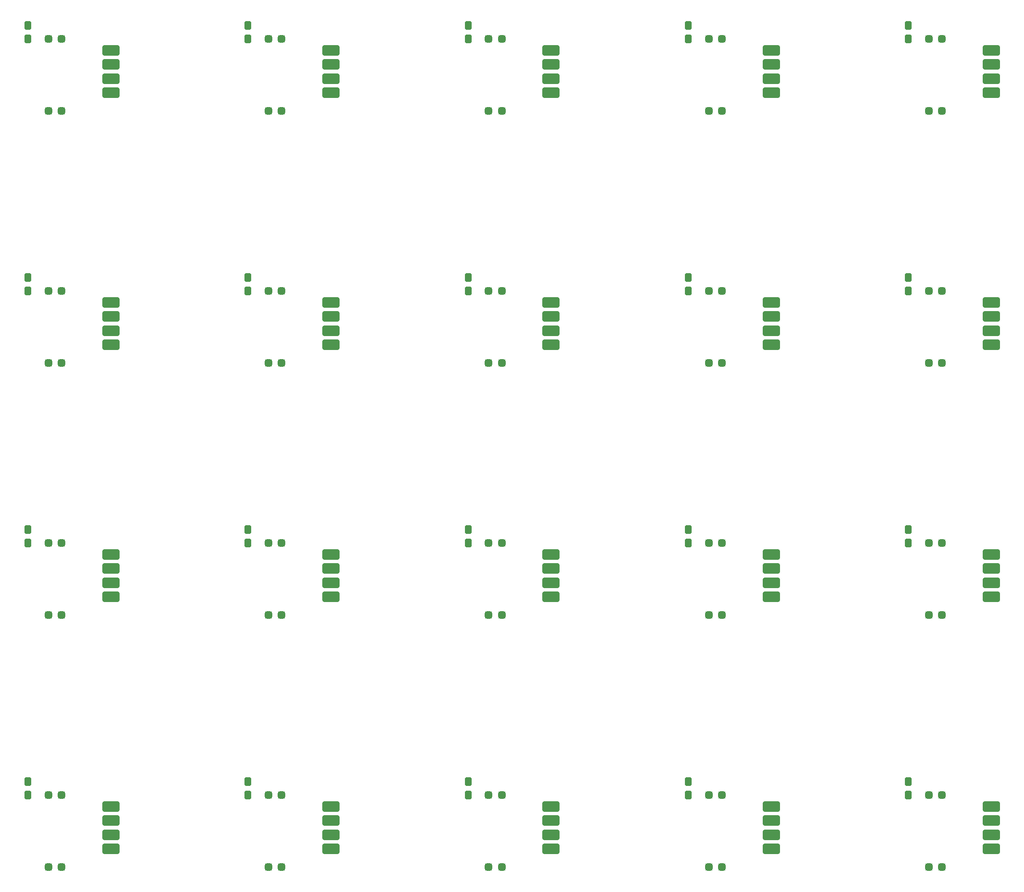
<source format=gbr>
%TF.GenerationSoftware,KiCad,Pcbnew,8.0.7*%
%TF.CreationDate,2025-01-08T09:27:09+09:00*%
%TF.ProjectId,waveShare-7inch-rs485,77617665-5368-4617-9265-2d37696e6368,rev?*%
%TF.SameCoordinates,Original*%
%TF.FileFunction,Paste,Bot*%
%TF.FilePolarity,Positive*%
%FSLAX46Y46*%
G04 Gerber Fmt 4.6, Leading zero omitted, Abs format (unit mm)*
G04 Created by KiCad (PCBNEW 8.0.7) date 2025-01-08 09:27:09*
%MOMM*%
%LPD*%
G01*
G04 APERTURE LIST*
G04 Aperture macros list*
%AMRoundRect*
0 Rectangle with rounded corners*
0 $1 Rounding radius*
0 $2 $3 $4 $5 $6 $7 $8 $9 X,Y pos of 4 corners*
0 Add a 4 corners polygon primitive as box body*
4,1,4,$2,$3,$4,$5,$6,$7,$8,$9,$2,$3,0*
0 Add four circle primitives for the rounded corners*
1,1,$1+$1,$2,$3*
1,1,$1+$1,$4,$5*
1,1,$1+$1,$6,$7*
1,1,$1+$1,$8,$9*
0 Add four rect primitives between the rounded corners*
20,1,$1+$1,$2,$3,$4,$5,0*
20,1,$1+$1,$4,$5,$6,$7,0*
20,1,$1+$1,$6,$7,$8,$9,0*
20,1,$1+$1,$8,$9,$2,$3,0*%
G04 Aperture macros list end*
%ADD10RoundRect,0.312500X-0.312500X0.437500X-0.312500X-0.437500X0.312500X-0.437500X0.312500X0.437500X0*%
%ADD11RoundRect,0.325000X-0.325000X-0.325000X0.325000X-0.325000X0.325000X0.325000X-0.325000X0.325000X0*%
%ADD12RoundRect,0.325000X0.325000X0.325000X-0.325000X0.325000X-0.325000X-0.325000X0.325000X-0.325000X0*%
%ADD13RoundRect,0.264600X1.235400X-0.635400X1.235400X0.635400X-1.235400X0.635400X-1.235400X-0.635400X0*%
%ADD14RoundRect,0.250000X1.250000X-0.650000X1.250000X0.650000X-1.250000X0.650000X-1.250000X-0.650000X0*%
G04 APERTURE END LIST*
D10*
%TO.C,C3*%
X204360000Y-158930000D03*
X204360000Y-161330000D03*
%TD*%
D11*
%TO.C,R2*%
X207980000Y-161310000D03*
X210280000Y-161310000D03*
%TD*%
D12*
%TO.C,R10*%
X210280000Y-174000000D03*
X207980000Y-174000000D03*
%TD*%
D13*
%TO.C,J5*%
X218970000Y-170810000D03*
D14*
X218970000Y-168310000D03*
X218970000Y-165810000D03*
X218970000Y-163310000D03*
%TD*%
D10*
%TO.C,C3*%
X165560000Y-158930000D03*
X165560000Y-161330000D03*
%TD*%
D11*
%TO.C,R2*%
X169180000Y-161310000D03*
X171480000Y-161310000D03*
%TD*%
D12*
%TO.C,R10*%
X171480000Y-174000000D03*
X169180000Y-174000000D03*
%TD*%
D13*
%TO.C,J5*%
X180170000Y-170810000D03*
D14*
X180170000Y-168310000D03*
X180170000Y-165810000D03*
X180170000Y-163310000D03*
%TD*%
D10*
%TO.C,C3*%
X126760000Y-158930000D03*
X126760000Y-161330000D03*
%TD*%
D11*
%TO.C,R2*%
X130380000Y-161310000D03*
X132680000Y-161310000D03*
%TD*%
D12*
%TO.C,R10*%
X132680000Y-174000000D03*
X130380000Y-174000000D03*
%TD*%
D13*
%TO.C,J5*%
X141370000Y-170810000D03*
D14*
X141370000Y-168310000D03*
X141370000Y-165810000D03*
X141370000Y-163310000D03*
%TD*%
D10*
%TO.C,C3*%
X87960000Y-158930000D03*
X87960000Y-161330000D03*
%TD*%
D11*
%TO.C,R2*%
X91580000Y-161310000D03*
X93880000Y-161310000D03*
%TD*%
D12*
%TO.C,R10*%
X93880000Y-174000000D03*
X91580000Y-174000000D03*
%TD*%
D13*
%TO.C,J5*%
X102570000Y-170810000D03*
D14*
X102570000Y-168310000D03*
X102570000Y-165810000D03*
X102570000Y-163310000D03*
%TD*%
D10*
%TO.C,C3*%
X49160000Y-158930000D03*
X49160000Y-161330000D03*
%TD*%
D11*
%TO.C,R2*%
X52780000Y-161310000D03*
X55080000Y-161310000D03*
%TD*%
D12*
%TO.C,R10*%
X55080000Y-174000000D03*
X52780000Y-174000000D03*
%TD*%
D13*
%TO.C,J5*%
X63770000Y-170810000D03*
D14*
X63770000Y-168310000D03*
X63770000Y-165810000D03*
X63770000Y-163310000D03*
%TD*%
D10*
%TO.C,C3*%
X204360000Y-114480000D03*
X204360000Y-116880000D03*
%TD*%
D11*
%TO.C,R2*%
X207980000Y-116860000D03*
X210280000Y-116860000D03*
%TD*%
D12*
%TO.C,R10*%
X210280000Y-129550000D03*
X207980000Y-129550000D03*
%TD*%
D13*
%TO.C,J5*%
X218970000Y-126360000D03*
D14*
X218970000Y-123860000D03*
X218970000Y-121360000D03*
X218970000Y-118860000D03*
%TD*%
D10*
%TO.C,C3*%
X165560000Y-114480000D03*
X165560000Y-116880000D03*
%TD*%
D11*
%TO.C,R2*%
X169180000Y-116860000D03*
X171480000Y-116860000D03*
%TD*%
D12*
%TO.C,R10*%
X171480000Y-129550000D03*
X169180000Y-129550000D03*
%TD*%
D13*
%TO.C,J5*%
X180170000Y-126360000D03*
D14*
X180170000Y-123860000D03*
X180170000Y-121360000D03*
X180170000Y-118860000D03*
%TD*%
D10*
%TO.C,C3*%
X126760000Y-114480000D03*
X126760000Y-116880000D03*
%TD*%
D11*
%TO.C,R2*%
X130380000Y-116860000D03*
X132680000Y-116860000D03*
%TD*%
D12*
%TO.C,R10*%
X132680000Y-129550000D03*
X130380000Y-129550000D03*
%TD*%
D13*
%TO.C,J5*%
X141370000Y-126360000D03*
D14*
X141370000Y-123860000D03*
X141370000Y-121360000D03*
X141370000Y-118860000D03*
%TD*%
D10*
%TO.C,C3*%
X87960000Y-114480000D03*
X87960000Y-116880000D03*
%TD*%
D11*
%TO.C,R2*%
X91580000Y-116860000D03*
X93880000Y-116860000D03*
%TD*%
D12*
%TO.C,R10*%
X93880000Y-129550000D03*
X91580000Y-129550000D03*
%TD*%
D13*
%TO.C,J5*%
X102570000Y-126360000D03*
D14*
X102570000Y-123860000D03*
X102570000Y-121360000D03*
X102570000Y-118860000D03*
%TD*%
D10*
%TO.C,C3*%
X49160000Y-114480000D03*
X49160000Y-116880000D03*
%TD*%
D11*
%TO.C,R2*%
X52780000Y-116860000D03*
X55080000Y-116860000D03*
%TD*%
D12*
%TO.C,R10*%
X55080000Y-129550000D03*
X52780000Y-129550000D03*
%TD*%
D13*
%TO.C,J5*%
X63770000Y-126360000D03*
D14*
X63770000Y-123860000D03*
X63770000Y-121360000D03*
X63770000Y-118860000D03*
%TD*%
D10*
%TO.C,C3*%
X204360000Y-70030000D03*
X204360000Y-72430000D03*
%TD*%
D11*
%TO.C,R2*%
X207980000Y-72410000D03*
X210280000Y-72410000D03*
%TD*%
D12*
%TO.C,R10*%
X210280000Y-85100000D03*
X207980000Y-85100000D03*
%TD*%
D13*
%TO.C,J5*%
X218970000Y-81910000D03*
D14*
X218970000Y-79410000D03*
X218970000Y-76910000D03*
X218970000Y-74410000D03*
%TD*%
D10*
%TO.C,C3*%
X165560000Y-70030000D03*
X165560000Y-72430000D03*
%TD*%
D11*
%TO.C,R2*%
X169180000Y-72410000D03*
X171480000Y-72410000D03*
%TD*%
D12*
%TO.C,R10*%
X171480000Y-85100000D03*
X169180000Y-85100000D03*
%TD*%
D13*
%TO.C,J5*%
X180170000Y-81910000D03*
D14*
X180170000Y-79410000D03*
X180170000Y-76910000D03*
X180170000Y-74410000D03*
%TD*%
D10*
%TO.C,C3*%
X126760000Y-70030000D03*
X126760000Y-72430000D03*
%TD*%
D11*
%TO.C,R2*%
X130380000Y-72410000D03*
X132680000Y-72410000D03*
%TD*%
D12*
%TO.C,R10*%
X132680000Y-85100000D03*
X130380000Y-85100000D03*
%TD*%
D13*
%TO.C,J5*%
X141370000Y-81910000D03*
D14*
X141370000Y-79410000D03*
X141370000Y-76910000D03*
X141370000Y-74410000D03*
%TD*%
D10*
%TO.C,C3*%
X87960000Y-70030000D03*
X87960000Y-72430000D03*
%TD*%
D11*
%TO.C,R2*%
X91580000Y-72410000D03*
X93880000Y-72410000D03*
%TD*%
D12*
%TO.C,R10*%
X93880000Y-85100000D03*
X91580000Y-85100000D03*
%TD*%
D13*
%TO.C,J5*%
X102570000Y-81910000D03*
D14*
X102570000Y-79410000D03*
X102570000Y-76910000D03*
X102570000Y-74410000D03*
%TD*%
D10*
%TO.C,C3*%
X49160000Y-70030000D03*
X49160000Y-72430000D03*
%TD*%
D11*
%TO.C,R2*%
X52780000Y-72410000D03*
X55080000Y-72410000D03*
%TD*%
D12*
%TO.C,R10*%
X55080000Y-85100000D03*
X52780000Y-85100000D03*
%TD*%
D13*
%TO.C,J5*%
X63770000Y-81910000D03*
D14*
X63770000Y-79410000D03*
X63770000Y-76910000D03*
X63770000Y-74410000D03*
%TD*%
D10*
%TO.C,C3*%
X204360000Y-25580000D03*
X204360000Y-27980000D03*
%TD*%
D11*
%TO.C,R2*%
X207980000Y-27960000D03*
X210280000Y-27960000D03*
%TD*%
D12*
%TO.C,R10*%
X210280000Y-40650000D03*
X207980000Y-40650000D03*
%TD*%
D13*
%TO.C,J5*%
X218970000Y-37460000D03*
D14*
X218970000Y-34960000D03*
X218970000Y-32460000D03*
X218970000Y-29960000D03*
%TD*%
D10*
%TO.C,C3*%
X165560000Y-25580000D03*
X165560000Y-27980000D03*
%TD*%
D11*
%TO.C,R2*%
X169180000Y-27960000D03*
X171480000Y-27960000D03*
%TD*%
D12*
%TO.C,R10*%
X171480000Y-40650000D03*
X169180000Y-40650000D03*
%TD*%
D13*
%TO.C,J5*%
X180170000Y-37460000D03*
D14*
X180170000Y-34960000D03*
X180170000Y-32460000D03*
X180170000Y-29960000D03*
%TD*%
D10*
%TO.C,C3*%
X126760000Y-25580000D03*
X126760000Y-27980000D03*
%TD*%
D11*
%TO.C,R2*%
X130380000Y-27960000D03*
X132680000Y-27960000D03*
%TD*%
D12*
%TO.C,R10*%
X132680000Y-40650000D03*
X130380000Y-40650000D03*
%TD*%
D13*
%TO.C,J5*%
X141370000Y-37460000D03*
D14*
X141370000Y-34960000D03*
X141370000Y-32460000D03*
X141370000Y-29960000D03*
%TD*%
D10*
%TO.C,C3*%
X87960000Y-25580000D03*
X87960000Y-27980000D03*
%TD*%
D11*
%TO.C,R2*%
X91580000Y-27960000D03*
X93880000Y-27960000D03*
%TD*%
D12*
%TO.C,R10*%
X93880000Y-40650000D03*
X91580000Y-40650000D03*
%TD*%
D13*
%TO.C,J5*%
X102570000Y-37460000D03*
D14*
X102570000Y-34960000D03*
X102570000Y-32460000D03*
X102570000Y-29960000D03*
%TD*%
D13*
%TO.C,J5*%
X63770000Y-37460000D03*
D14*
X63770000Y-34960000D03*
X63770000Y-32460000D03*
X63770000Y-29960000D03*
%TD*%
D12*
%TO.C,R10*%
X55080000Y-40650000D03*
X52780000Y-40650000D03*
%TD*%
D11*
%TO.C,R2*%
X52780000Y-27960000D03*
X55080000Y-27960000D03*
%TD*%
D10*
%TO.C,C3*%
X49160000Y-25580000D03*
X49160000Y-27980000D03*
%TD*%
M02*

</source>
